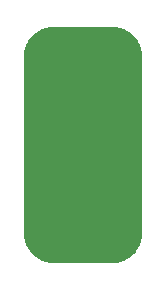
<source format=gbr>
%TF.GenerationSoftware,KiCad,Pcbnew,6.0.1-79c1e3a40b~116~ubuntu20.04.1*%
%TF.CreationDate,2022-01-29T12:40:02+01:00*%
%TF.ProjectId,load,6c6f6164-2e6b-4696-9361-645f70636258,1*%
%TF.SameCoordinates,Original*%
%TF.FileFunction,Soldermask,Bot*%
%TF.FilePolarity,Negative*%
%FSLAX46Y46*%
G04 Gerber Fmt 4.6, Leading zero omitted, Abs format (unit mm)*
G04 Created by KiCad (PCBNEW 6.0.1-79c1e3a40b~116~ubuntu20.04.1) date 2022-01-29 12:40:02*
%MOMM*%
%LPD*%
G01*
G04 APERTURE LIST*
%ADD10C,3.400000*%
G04 APERTURE END LIST*
D10*
%TO.C,H1*%
X155000000Y-100000000D03*
%TD*%
%TO.C,H3*%
X155000000Y-85000000D03*
%TD*%
%TO.C,H2*%
X160000000Y-100000000D03*
%TD*%
%TO.C,H4*%
X160000000Y-85000000D03*
%TD*%
G36*
X160004119Y-82500270D02*
G01*
X160318073Y-82520848D01*
X160334413Y-82522999D01*
X160638950Y-82583574D01*
X160654871Y-82587840D01*
X160948888Y-82687646D01*
X160964114Y-82693953D01*
X161242592Y-82831283D01*
X161256866Y-82839524D01*
X161515034Y-83012027D01*
X161528109Y-83022060D01*
X161761557Y-83226788D01*
X161773212Y-83238443D01*
X161977940Y-83471891D01*
X161987973Y-83484966D01*
X162160476Y-83743134D01*
X162168717Y-83757408D01*
X162306047Y-84035886D01*
X162312354Y-84051112D01*
X162412160Y-84345129D01*
X162416426Y-84361050D01*
X162477001Y-84665587D01*
X162479152Y-84681927D01*
X162499730Y-84995881D01*
X162500000Y-85004122D01*
X162500000Y-99995878D01*
X162499730Y-100004119D01*
X162479152Y-100318073D01*
X162477001Y-100334413D01*
X162416426Y-100638950D01*
X162412160Y-100654871D01*
X162312354Y-100948888D01*
X162306047Y-100964114D01*
X162168717Y-101242592D01*
X162160476Y-101256866D01*
X161987973Y-101515034D01*
X161977940Y-101528109D01*
X161773212Y-101761557D01*
X161761557Y-101773212D01*
X161528109Y-101977940D01*
X161515034Y-101987973D01*
X161256866Y-102160476D01*
X161242592Y-102168717D01*
X160964114Y-102306047D01*
X160948888Y-102312354D01*
X160654871Y-102412160D01*
X160638950Y-102416426D01*
X160334413Y-102477001D01*
X160318073Y-102479152D01*
X160004119Y-102499730D01*
X159995878Y-102500000D01*
X155004122Y-102500000D01*
X154995881Y-102499730D01*
X154681927Y-102479152D01*
X154665587Y-102477001D01*
X154361050Y-102416426D01*
X154345129Y-102412160D01*
X154051112Y-102312354D01*
X154035886Y-102306047D01*
X153757408Y-102168717D01*
X153743134Y-102160476D01*
X153484966Y-101987973D01*
X153471891Y-101977940D01*
X153238443Y-101773212D01*
X153226788Y-101761557D01*
X153022060Y-101528109D01*
X153012027Y-101515034D01*
X152839524Y-101256866D01*
X152831283Y-101242592D01*
X152693953Y-100964114D01*
X152687646Y-100948888D01*
X152587840Y-100654871D01*
X152583574Y-100638950D01*
X152522999Y-100334413D01*
X152520848Y-100318073D01*
X152500270Y-100004119D01*
X152500000Y-99995878D01*
X152500000Y-85004122D01*
X152500270Y-84995881D01*
X152520848Y-84681927D01*
X152522999Y-84665587D01*
X152583574Y-84361050D01*
X152587840Y-84345129D01*
X152687646Y-84051112D01*
X152693953Y-84035886D01*
X152831283Y-83757408D01*
X152839524Y-83743134D01*
X153012027Y-83484966D01*
X153022060Y-83471891D01*
X153226788Y-83238443D01*
X153238443Y-83226788D01*
X153471891Y-83022060D01*
X153484966Y-83012027D01*
X153743134Y-82839524D01*
X153757408Y-82831283D01*
X154035886Y-82693953D01*
X154051112Y-82687646D01*
X154345129Y-82587840D01*
X154361050Y-82583574D01*
X154665587Y-82522999D01*
X154681927Y-82520848D01*
X154995881Y-82500270D01*
X155004122Y-82500000D01*
X159995878Y-82500000D01*
X160004119Y-82500270D01*
G37*
M02*

</source>
